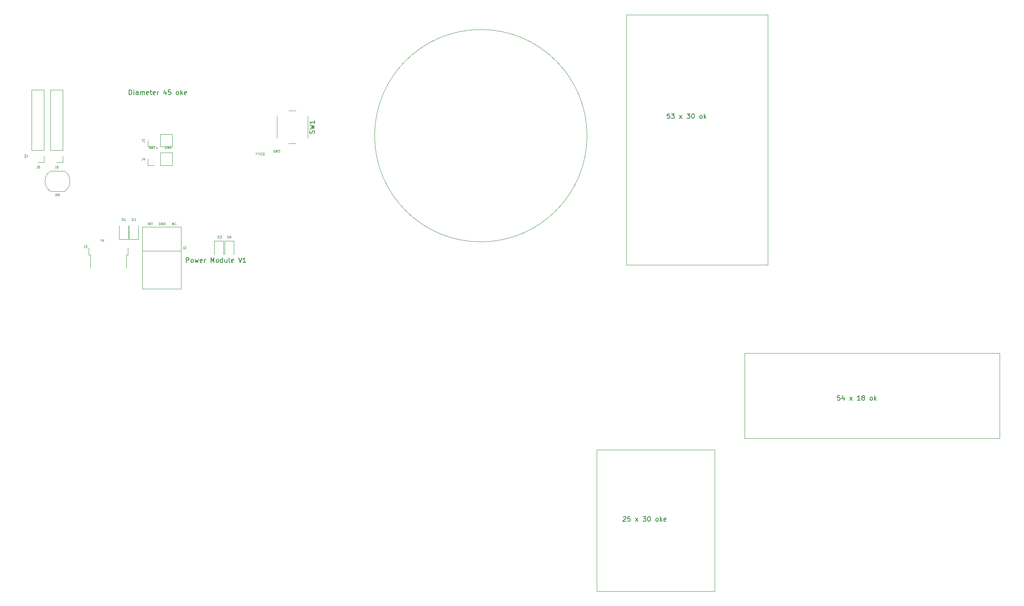
<source format=gto>
G04 #@! TF.GenerationSoftware,KiCad,Pcbnew,(5.1.5)-3*
G04 #@! TF.CreationDate,2020-08-17T10:15:17+02:00*
G04 #@! TF.ProjectId,Power_module_v1,506f7765-725f-46d6-9f64-756c655f7631,rev?*
G04 #@! TF.SameCoordinates,Original*
G04 #@! TF.FileFunction,Legend,Top*
G04 #@! TF.FilePolarity,Positive*
%FSLAX46Y46*%
G04 Gerber Fmt 4.6, Leading zero omitted, Abs format (unit mm)*
G04 Created by KiCad (PCBNEW (5.1.5)-3) date 2020-08-17 10:15:17*
%MOMM*%
%LPD*%
G04 APERTURE LIST*
%ADD10C,0.150000*%
%ADD11C,0.125000*%
%ADD12C,0.120000*%
G04 APERTURE END LIST*
D10*
X127723095Y-106878380D02*
X127723095Y-105878380D01*
X128104047Y-105878380D01*
X128199285Y-105926000D01*
X128246904Y-105973619D01*
X128294523Y-106068857D01*
X128294523Y-106211714D01*
X128246904Y-106306952D01*
X128199285Y-106354571D01*
X128104047Y-106402190D01*
X127723095Y-106402190D01*
X128865952Y-106878380D02*
X128770714Y-106830761D01*
X128723095Y-106783142D01*
X128675476Y-106687904D01*
X128675476Y-106402190D01*
X128723095Y-106306952D01*
X128770714Y-106259333D01*
X128865952Y-106211714D01*
X129008809Y-106211714D01*
X129104047Y-106259333D01*
X129151666Y-106306952D01*
X129199285Y-106402190D01*
X129199285Y-106687904D01*
X129151666Y-106783142D01*
X129104047Y-106830761D01*
X129008809Y-106878380D01*
X128865952Y-106878380D01*
X129532619Y-106211714D02*
X129723095Y-106878380D01*
X129913571Y-106402190D01*
X130104047Y-106878380D01*
X130294523Y-106211714D01*
X131056428Y-106830761D02*
X130961190Y-106878380D01*
X130770714Y-106878380D01*
X130675476Y-106830761D01*
X130627857Y-106735523D01*
X130627857Y-106354571D01*
X130675476Y-106259333D01*
X130770714Y-106211714D01*
X130961190Y-106211714D01*
X131056428Y-106259333D01*
X131104047Y-106354571D01*
X131104047Y-106449809D01*
X130627857Y-106545047D01*
X131532619Y-106878380D02*
X131532619Y-106211714D01*
X131532619Y-106402190D02*
X131580238Y-106306952D01*
X131627857Y-106259333D01*
X131723095Y-106211714D01*
X131818333Y-106211714D01*
X132913571Y-106878380D02*
X132913571Y-105878380D01*
X133246904Y-106592666D01*
X133580238Y-105878380D01*
X133580238Y-106878380D01*
X134199285Y-106878380D02*
X134104047Y-106830761D01*
X134056428Y-106783142D01*
X134008809Y-106687904D01*
X134008809Y-106402190D01*
X134056428Y-106306952D01*
X134104047Y-106259333D01*
X134199285Y-106211714D01*
X134342142Y-106211714D01*
X134437380Y-106259333D01*
X134485000Y-106306952D01*
X134532619Y-106402190D01*
X134532619Y-106687904D01*
X134485000Y-106783142D01*
X134437380Y-106830761D01*
X134342142Y-106878380D01*
X134199285Y-106878380D01*
X135389761Y-106878380D02*
X135389761Y-105878380D01*
X135389761Y-106830761D02*
X135294523Y-106878380D01*
X135104047Y-106878380D01*
X135008809Y-106830761D01*
X134961190Y-106783142D01*
X134913571Y-106687904D01*
X134913571Y-106402190D01*
X134961190Y-106306952D01*
X135008809Y-106259333D01*
X135104047Y-106211714D01*
X135294523Y-106211714D01*
X135389761Y-106259333D01*
X136294523Y-106211714D02*
X136294523Y-106878380D01*
X135865952Y-106211714D02*
X135865952Y-106735523D01*
X135913571Y-106830761D01*
X136008809Y-106878380D01*
X136151666Y-106878380D01*
X136246904Y-106830761D01*
X136294523Y-106783142D01*
X136913571Y-106878380D02*
X136818333Y-106830761D01*
X136770714Y-106735523D01*
X136770714Y-105878380D01*
X137675476Y-106830761D02*
X137580238Y-106878380D01*
X137389761Y-106878380D01*
X137294523Y-106830761D01*
X137246904Y-106735523D01*
X137246904Y-106354571D01*
X137294523Y-106259333D01*
X137389761Y-106211714D01*
X137580238Y-106211714D01*
X137675476Y-106259333D01*
X137723095Y-106354571D01*
X137723095Y-106449809D01*
X137246904Y-106545047D01*
X138770714Y-105878380D02*
X139104047Y-106878380D01*
X139437380Y-105878380D01*
X140294523Y-106878380D02*
X139723095Y-106878380D01*
X140008809Y-106878380D02*
X140008809Y-105878380D01*
X139913571Y-106021238D01*
X139818333Y-106116476D01*
X139723095Y-106164095D01*
D11*
X146431047Y-83062000D02*
X146383428Y-83038190D01*
X146312000Y-83038190D01*
X146240571Y-83062000D01*
X146192952Y-83109619D01*
X146169142Y-83157238D01*
X146145333Y-83252476D01*
X146145333Y-83323904D01*
X146169142Y-83419142D01*
X146192952Y-83466761D01*
X146240571Y-83514380D01*
X146312000Y-83538190D01*
X146359619Y-83538190D01*
X146431047Y-83514380D01*
X146454857Y-83490571D01*
X146454857Y-83323904D01*
X146359619Y-83323904D01*
X146669142Y-83538190D02*
X146669142Y-83038190D01*
X146954857Y-83538190D01*
X146954857Y-83038190D01*
X147192952Y-83538190D02*
X147192952Y-83038190D01*
X147312000Y-83038190D01*
X147383428Y-83062000D01*
X147431047Y-83109619D01*
X147454857Y-83157238D01*
X147478666Y-83252476D01*
X147478666Y-83323904D01*
X147454857Y-83419142D01*
X147431047Y-83466761D01*
X147383428Y-83514380D01*
X147312000Y-83538190D01*
X147192952Y-83538190D01*
X144172666Y-83617619D02*
X144101238Y-83593809D01*
X143982190Y-83593809D01*
X143934571Y-83617619D01*
X143910761Y-83641428D01*
X143886952Y-83689047D01*
X143886952Y-83736666D01*
X143910761Y-83784285D01*
X143934571Y-83808095D01*
X143982190Y-83831904D01*
X144077428Y-83855714D01*
X144125047Y-83879523D01*
X144148857Y-83903333D01*
X144172666Y-83950952D01*
X144172666Y-83998571D01*
X144148857Y-84046190D01*
X144125047Y-84070000D01*
X144077428Y-84093809D01*
X143958380Y-84093809D01*
X143886952Y-84070000D01*
X143577428Y-84093809D02*
X143482190Y-84093809D01*
X143434571Y-84070000D01*
X143386952Y-84022380D01*
X143363142Y-83927142D01*
X143363142Y-83760476D01*
X143386952Y-83665238D01*
X143434571Y-83617619D01*
X143482190Y-83593809D01*
X143577428Y-83593809D01*
X143625047Y-83617619D01*
X143672666Y-83665238D01*
X143696476Y-83760476D01*
X143696476Y-83927142D01*
X143672666Y-84022380D01*
X143625047Y-84070000D01*
X143577428Y-84093809D01*
X142910761Y-83593809D02*
X143148857Y-83593809D01*
X143148857Y-84093809D01*
X142744095Y-83784285D02*
X142363142Y-83784285D01*
X142553619Y-83593809D02*
X142553619Y-83974761D01*
X123444047Y-82300000D02*
X123396428Y-82276190D01*
X123325000Y-82276190D01*
X123253571Y-82300000D01*
X123205952Y-82347619D01*
X123182142Y-82395238D01*
X123158333Y-82490476D01*
X123158333Y-82561904D01*
X123182142Y-82657142D01*
X123205952Y-82704761D01*
X123253571Y-82752380D01*
X123325000Y-82776190D01*
X123372619Y-82776190D01*
X123444047Y-82752380D01*
X123467857Y-82728571D01*
X123467857Y-82561904D01*
X123372619Y-82561904D01*
X123682142Y-82776190D02*
X123682142Y-82276190D01*
X123967857Y-82776190D01*
X123967857Y-82276190D01*
X124205952Y-82776190D02*
X124205952Y-82276190D01*
X124325000Y-82276190D01*
X124396428Y-82300000D01*
X124444047Y-82347619D01*
X124467857Y-82395238D01*
X124491666Y-82490476D01*
X124491666Y-82561904D01*
X124467857Y-82657142D01*
X124444047Y-82704761D01*
X124396428Y-82752380D01*
X124325000Y-82776190D01*
X124205952Y-82776190D01*
X120098428Y-82514285D02*
X120169857Y-82538095D01*
X120193666Y-82561904D01*
X120217476Y-82609523D01*
X120217476Y-82680952D01*
X120193666Y-82728571D01*
X120169857Y-82752380D01*
X120122238Y-82776190D01*
X119931761Y-82776190D01*
X119931761Y-82276190D01*
X120098428Y-82276190D01*
X120146047Y-82300000D01*
X120169857Y-82323809D01*
X120193666Y-82371428D01*
X120193666Y-82419047D01*
X120169857Y-82466666D01*
X120146047Y-82490476D01*
X120098428Y-82514285D01*
X119931761Y-82514285D01*
X120407952Y-82633333D02*
X120646047Y-82633333D01*
X120360333Y-82776190D02*
X120527000Y-82276190D01*
X120693666Y-82776190D01*
X120788904Y-82276190D02*
X121074619Y-82276190D01*
X120931761Y-82776190D02*
X120931761Y-82276190D01*
X121241285Y-82585714D02*
X121622238Y-82585714D01*
X121431761Y-82776190D02*
X121431761Y-82395238D01*
D12*
X93472000Y-84709000D02*
X93472000Y-83947000D01*
X94107000Y-84328000D02*
X93472000Y-84709000D01*
X93472000Y-83947000D02*
X94107000Y-84328000D01*
D11*
X124702142Y-98905190D02*
X124702142Y-98405190D01*
X124987857Y-98905190D01*
X124987857Y-98405190D01*
X125511666Y-98857571D02*
X125487857Y-98881380D01*
X125416428Y-98905190D01*
X125368809Y-98905190D01*
X125297380Y-98881380D01*
X125249761Y-98833761D01*
X125225952Y-98786142D01*
X125202142Y-98690904D01*
X125202142Y-98619476D01*
X125225952Y-98524238D01*
X125249761Y-98476619D01*
X125297380Y-98429000D01*
X125368809Y-98405190D01*
X125416428Y-98405190D01*
X125487857Y-98429000D01*
X125511666Y-98452809D01*
X122174047Y-98429000D02*
X122126428Y-98405190D01*
X122055000Y-98405190D01*
X121983571Y-98429000D01*
X121935952Y-98476619D01*
X121912142Y-98524238D01*
X121888333Y-98619476D01*
X121888333Y-98690904D01*
X121912142Y-98786142D01*
X121935952Y-98833761D01*
X121983571Y-98881380D01*
X122055000Y-98905190D01*
X122102619Y-98905190D01*
X122174047Y-98881380D01*
X122197857Y-98857571D01*
X122197857Y-98690904D01*
X122102619Y-98690904D01*
X122412142Y-98905190D02*
X122412142Y-98405190D01*
X122697857Y-98905190D01*
X122697857Y-98405190D01*
X122935952Y-98905190D02*
X122935952Y-98405190D01*
X123055000Y-98405190D01*
X123126428Y-98429000D01*
X123174047Y-98476619D01*
X123197857Y-98524238D01*
X123221666Y-98619476D01*
X123221666Y-98690904D01*
X123197857Y-98786142D01*
X123174047Y-98833761D01*
X123126428Y-98881380D01*
X123055000Y-98905190D01*
X122935952Y-98905190D01*
X119562619Y-98905190D02*
X119562619Y-98405190D01*
X119800714Y-98905190D02*
X119800714Y-98405190D01*
X120086428Y-98905190D01*
X120086428Y-98405190D01*
X120253095Y-98405190D02*
X120538809Y-98405190D01*
X120395952Y-98905190D02*
X120395952Y-98405190D01*
D10*
X230084761Y-75347580D02*
X229608571Y-75347580D01*
X229560952Y-75823771D01*
X229608571Y-75776152D01*
X229703809Y-75728533D01*
X229941904Y-75728533D01*
X230037142Y-75776152D01*
X230084761Y-75823771D01*
X230132380Y-75919009D01*
X230132380Y-76157104D01*
X230084761Y-76252342D01*
X230037142Y-76299961D01*
X229941904Y-76347580D01*
X229703809Y-76347580D01*
X229608571Y-76299961D01*
X229560952Y-76252342D01*
X230465714Y-75347580D02*
X231084761Y-75347580D01*
X230751428Y-75728533D01*
X230894285Y-75728533D01*
X230989523Y-75776152D01*
X231037142Y-75823771D01*
X231084761Y-75919009D01*
X231084761Y-76157104D01*
X231037142Y-76252342D01*
X230989523Y-76299961D01*
X230894285Y-76347580D01*
X230608571Y-76347580D01*
X230513333Y-76299961D01*
X230465714Y-76252342D01*
X232180000Y-76347580D02*
X232703809Y-75680914D01*
X232180000Y-75680914D02*
X232703809Y-76347580D01*
X233751428Y-75347580D02*
X234370476Y-75347580D01*
X234037142Y-75728533D01*
X234180000Y-75728533D01*
X234275238Y-75776152D01*
X234322857Y-75823771D01*
X234370476Y-75919009D01*
X234370476Y-76157104D01*
X234322857Y-76252342D01*
X234275238Y-76299961D01*
X234180000Y-76347580D01*
X233894285Y-76347580D01*
X233799047Y-76299961D01*
X233751428Y-76252342D01*
X234989523Y-75347580D02*
X235084761Y-75347580D01*
X235180000Y-75395200D01*
X235227619Y-75442819D01*
X235275238Y-75538057D01*
X235322857Y-75728533D01*
X235322857Y-75966628D01*
X235275238Y-76157104D01*
X235227619Y-76252342D01*
X235180000Y-76299961D01*
X235084761Y-76347580D01*
X234989523Y-76347580D01*
X234894285Y-76299961D01*
X234846666Y-76252342D01*
X234799047Y-76157104D01*
X234751428Y-75966628D01*
X234751428Y-75728533D01*
X234799047Y-75538057D01*
X234846666Y-75442819D01*
X234894285Y-75395200D01*
X234989523Y-75347580D01*
X236656190Y-76347580D02*
X236560952Y-76299961D01*
X236513333Y-76252342D01*
X236465714Y-76157104D01*
X236465714Y-75871390D01*
X236513333Y-75776152D01*
X236560952Y-75728533D01*
X236656190Y-75680914D01*
X236799047Y-75680914D01*
X236894285Y-75728533D01*
X236941904Y-75776152D01*
X236989523Y-75871390D01*
X236989523Y-76157104D01*
X236941904Y-76252342D01*
X236894285Y-76299961D01*
X236799047Y-76347580D01*
X236656190Y-76347580D01*
X237418095Y-76347580D02*
X237418095Y-75347580D01*
X237513333Y-75966628D02*
X237799047Y-76347580D01*
X237799047Y-75680914D02*
X237418095Y-76061866D01*
X220242380Y-160837619D02*
X220290000Y-160790000D01*
X220385238Y-160742380D01*
X220623333Y-160742380D01*
X220718571Y-160790000D01*
X220766190Y-160837619D01*
X220813809Y-160932857D01*
X220813809Y-161028095D01*
X220766190Y-161170952D01*
X220194761Y-161742380D01*
X220813809Y-161742380D01*
X221718571Y-160742380D02*
X221242380Y-160742380D01*
X221194761Y-161218571D01*
X221242380Y-161170952D01*
X221337619Y-161123333D01*
X221575714Y-161123333D01*
X221670952Y-161170952D01*
X221718571Y-161218571D01*
X221766190Y-161313809D01*
X221766190Y-161551904D01*
X221718571Y-161647142D01*
X221670952Y-161694761D01*
X221575714Y-161742380D01*
X221337619Y-161742380D01*
X221242380Y-161694761D01*
X221194761Y-161647142D01*
X222861428Y-161742380D02*
X223385238Y-161075714D01*
X222861428Y-161075714D02*
X223385238Y-161742380D01*
X224432857Y-160742380D02*
X225051904Y-160742380D01*
X224718571Y-161123333D01*
X224861428Y-161123333D01*
X224956666Y-161170952D01*
X225004285Y-161218571D01*
X225051904Y-161313809D01*
X225051904Y-161551904D01*
X225004285Y-161647142D01*
X224956666Y-161694761D01*
X224861428Y-161742380D01*
X224575714Y-161742380D01*
X224480476Y-161694761D01*
X224432857Y-161647142D01*
X225670952Y-160742380D02*
X225766190Y-160742380D01*
X225861428Y-160790000D01*
X225909047Y-160837619D01*
X225956666Y-160932857D01*
X226004285Y-161123333D01*
X226004285Y-161361428D01*
X225956666Y-161551904D01*
X225909047Y-161647142D01*
X225861428Y-161694761D01*
X225766190Y-161742380D01*
X225670952Y-161742380D01*
X225575714Y-161694761D01*
X225528095Y-161647142D01*
X225480476Y-161551904D01*
X225432857Y-161361428D01*
X225432857Y-161123333D01*
X225480476Y-160932857D01*
X225528095Y-160837619D01*
X225575714Y-160790000D01*
X225670952Y-160742380D01*
X227337619Y-161742380D02*
X227242380Y-161694761D01*
X227194761Y-161647142D01*
X227147142Y-161551904D01*
X227147142Y-161266190D01*
X227194761Y-161170952D01*
X227242380Y-161123333D01*
X227337619Y-161075714D01*
X227480476Y-161075714D01*
X227575714Y-161123333D01*
X227623333Y-161170952D01*
X227670952Y-161266190D01*
X227670952Y-161551904D01*
X227623333Y-161647142D01*
X227575714Y-161694761D01*
X227480476Y-161742380D01*
X227337619Y-161742380D01*
X228099523Y-161742380D02*
X228099523Y-160742380D01*
X228194761Y-161361428D02*
X228480476Y-161742380D01*
X228480476Y-161075714D02*
X228099523Y-161456666D01*
X229290000Y-161694761D02*
X229194761Y-161742380D01*
X229004285Y-161742380D01*
X228909047Y-161694761D01*
X228861428Y-161599523D01*
X228861428Y-161218571D01*
X228909047Y-161123333D01*
X229004285Y-161075714D01*
X229194761Y-161075714D01*
X229290000Y-161123333D01*
X229337619Y-161218571D01*
X229337619Y-161313809D01*
X228861428Y-161409047D01*
D12*
X214636800Y-176573600D02*
X214636800Y-146573600D01*
X239636800Y-176573600D02*
X214636800Y-176573600D01*
X239636800Y-146573600D02*
X239636800Y-176573600D01*
X214636800Y-146573600D02*
X239636800Y-146573600D01*
D10*
X115594571Y-71318380D02*
X115594571Y-70318380D01*
X115832666Y-70318380D01*
X115975523Y-70366000D01*
X116070761Y-70461238D01*
X116118380Y-70556476D01*
X116166000Y-70746952D01*
X116166000Y-70889809D01*
X116118380Y-71080285D01*
X116070761Y-71175523D01*
X115975523Y-71270761D01*
X115832666Y-71318380D01*
X115594571Y-71318380D01*
X116594571Y-71318380D02*
X116594571Y-70651714D01*
X116594571Y-70318380D02*
X116546952Y-70366000D01*
X116594571Y-70413619D01*
X116642190Y-70366000D01*
X116594571Y-70318380D01*
X116594571Y-70413619D01*
X117499333Y-71318380D02*
X117499333Y-70794571D01*
X117451714Y-70699333D01*
X117356476Y-70651714D01*
X117166000Y-70651714D01*
X117070761Y-70699333D01*
X117499333Y-71270761D02*
X117404095Y-71318380D01*
X117166000Y-71318380D01*
X117070761Y-71270761D01*
X117023142Y-71175523D01*
X117023142Y-71080285D01*
X117070761Y-70985047D01*
X117166000Y-70937428D01*
X117404095Y-70937428D01*
X117499333Y-70889809D01*
X117975523Y-71318380D02*
X117975523Y-70651714D01*
X117975523Y-70746952D02*
X118023142Y-70699333D01*
X118118380Y-70651714D01*
X118261238Y-70651714D01*
X118356476Y-70699333D01*
X118404095Y-70794571D01*
X118404095Y-71318380D01*
X118404095Y-70794571D02*
X118451714Y-70699333D01*
X118546952Y-70651714D01*
X118689809Y-70651714D01*
X118785047Y-70699333D01*
X118832666Y-70794571D01*
X118832666Y-71318380D01*
X119689809Y-71270761D02*
X119594571Y-71318380D01*
X119404095Y-71318380D01*
X119308857Y-71270761D01*
X119261238Y-71175523D01*
X119261238Y-70794571D01*
X119308857Y-70699333D01*
X119404095Y-70651714D01*
X119594571Y-70651714D01*
X119689809Y-70699333D01*
X119737428Y-70794571D01*
X119737428Y-70889809D01*
X119261238Y-70985047D01*
X120023142Y-70651714D02*
X120404095Y-70651714D01*
X120166000Y-70318380D02*
X120166000Y-71175523D01*
X120213619Y-71270761D01*
X120308857Y-71318380D01*
X120404095Y-71318380D01*
X121118380Y-71270761D02*
X121023142Y-71318380D01*
X120832666Y-71318380D01*
X120737428Y-71270761D01*
X120689809Y-71175523D01*
X120689809Y-70794571D01*
X120737428Y-70699333D01*
X120832666Y-70651714D01*
X121023142Y-70651714D01*
X121118380Y-70699333D01*
X121166000Y-70794571D01*
X121166000Y-70889809D01*
X120689809Y-70985047D01*
X121594571Y-71318380D02*
X121594571Y-70651714D01*
X121594571Y-70842190D02*
X121642190Y-70746952D01*
X121689809Y-70699333D01*
X121785047Y-70651714D01*
X121880285Y-70651714D01*
X123404095Y-70651714D02*
X123404095Y-71318380D01*
X123166000Y-70270761D02*
X122927904Y-70985047D01*
X123546952Y-70985047D01*
X124404095Y-70318380D02*
X123927904Y-70318380D01*
X123880285Y-70794571D01*
X123927904Y-70746952D01*
X124023142Y-70699333D01*
X124261238Y-70699333D01*
X124356476Y-70746952D01*
X124404095Y-70794571D01*
X124451714Y-70889809D01*
X124451714Y-71127904D01*
X124404095Y-71223142D01*
X124356476Y-71270761D01*
X124261238Y-71318380D01*
X124023142Y-71318380D01*
X123927904Y-71270761D01*
X123880285Y-71223142D01*
X125785047Y-71318380D02*
X125689809Y-71270761D01*
X125642190Y-71223142D01*
X125594571Y-71127904D01*
X125594571Y-70842190D01*
X125642190Y-70746952D01*
X125689809Y-70699333D01*
X125785047Y-70651714D01*
X125927904Y-70651714D01*
X126023142Y-70699333D01*
X126070761Y-70746952D01*
X126118380Y-70842190D01*
X126118380Y-71127904D01*
X126070761Y-71223142D01*
X126023142Y-71270761D01*
X125927904Y-71318380D01*
X125785047Y-71318380D01*
X126546952Y-71318380D02*
X126546952Y-70318380D01*
X126642190Y-70937428D02*
X126927904Y-71318380D01*
X126927904Y-70651714D02*
X126546952Y-71032666D01*
X127737428Y-71270761D02*
X127642190Y-71318380D01*
X127451714Y-71318380D01*
X127356476Y-71270761D01*
X127308857Y-71175523D01*
X127308857Y-70794571D01*
X127356476Y-70699333D01*
X127451714Y-70651714D01*
X127642190Y-70651714D01*
X127737428Y-70699333D01*
X127785047Y-70794571D01*
X127785047Y-70889809D01*
X127308857Y-70985047D01*
X266152761Y-135088380D02*
X265676571Y-135088380D01*
X265628952Y-135564571D01*
X265676571Y-135516952D01*
X265771809Y-135469333D01*
X266009904Y-135469333D01*
X266105142Y-135516952D01*
X266152761Y-135564571D01*
X266200380Y-135659809D01*
X266200380Y-135897904D01*
X266152761Y-135993142D01*
X266105142Y-136040761D01*
X266009904Y-136088380D01*
X265771809Y-136088380D01*
X265676571Y-136040761D01*
X265628952Y-135993142D01*
X267057523Y-135421714D02*
X267057523Y-136088380D01*
X266819428Y-135040761D02*
X266581333Y-135755047D01*
X267200380Y-135755047D01*
X268248000Y-136088380D02*
X268771809Y-135421714D01*
X268248000Y-135421714D02*
X268771809Y-136088380D01*
X270438476Y-136088380D02*
X269867047Y-136088380D01*
X270152761Y-136088380D02*
X270152761Y-135088380D01*
X270057523Y-135231238D01*
X269962285Y-135326476D01*
X269867047Y-135374095D01*
X271009904Y-135516952D02*
X270914666Y-135469333D01*
X270867047Y-135421714D01*
X270819428Y-135326476D01*
X270819428Y-135278857D01*
X270867047Y-135183619D01*
X270914666Y-135136000D01*
X271009904Y-135088380D01*
X271200380Y-135088380D01*
X271295619Y-135136000D01*
X271343238Y-135183619D01*
X271390857Y-135278857D01*
X271390857Y-135326476D01*
X271343238Y-135421714D01*
X271295619Y-135469333D01*
X271200380Y-135516952D01*
X271009904Y-135516952D01*
X270914666Y-135564571D01*
X270867047Y-135612190D01*
X270819428Y-135707428D01*
X270819428Y-135897904D01*
X270867047Y-135993142D01*
X270914666Y-136040761D01*
X271009904Y-136088380D01*
X271200380Y-136088380D01*
X271295619Y-136040761D01*
X271343238Y-135993142D01*
X271390857Y-135897904D01*
X271390857Y-135707428D01*
X271343238Y-135612190D01*
X271295619Y-135564571D01*
X271200380Y-135516952D01*
X272724190Y-136088380D02*
X272628952Y-136040761D01*
X272581333Y-135993142D01*
X272533714Y-135897904D01*
X272533714Y-135612190D01*
X272581333Y-135516952D01*
X272628952Y-135469333D01*
X272724190Y-135421714D01*
X272867047Y-135421714D01*
X272962285Y-135469333D01*
X273009904Y-135516952D01*
X273057523Y-135612190D01*
X273057523Y-135897904D01*
X273009904Y-135993142D01*
X272962285Y-136040761D01*
X272867047Y-136088380D01*
X272724190Y-136088380D01*
X273486095Y-136088380D02*
X273486095Y-135088380D01*
X273581333Y-135707428D02*
X273867047Y-136088380D01*
X273867047Y-135421714D02*
X273486095Y-135802666D01*
D12*
X299976000Y-126120000D02*
X299976000Y-144120000D01*
X245976000Y-126120000D02*
X299976000Y-126120000D01*
X245976000Y-144120000D02*
X245976000Y-126120000D01*
X299976000Y-144120000D02*
X245976000Y-144120000D01*
X212598000Y-80010000D02*
G75*
G03X212598000Y-80010000I-22500000J0D01*
G01*
X250921400Y-107367600D02*
X250921400Y-54367600D01*
X220921400Y-107367600D02*
X250921400Y-107367600D01*
X220921400Y-54367600D02*
X220921400Y-107367600D01*
X250921400Y-54367600D02*
X220921400Y-54367600D01*
X113467000Y-99085000D02*
X113467000Y-101945000D01*
X113467000Y-101945000D02*
X115387000Y-101945000D01*
X115387000Y-101945000D02*
X115387000Y-99085000D01*
X115626000Y-99076000D02*
X115626000Y-101936000D01*
X115626000Y-101936000D02*
X117546000Y-101936000D01*
X117546000Y-101936000D02*
X117546000Y-99076000D01*
X133660000Y-102289000D02*
X133660000Y-105149000D01*
X135580000Y-102289000D02*
X133660000Y-102289000D01*
X135580000Y-105149000D02*
X135580000Y-102289000D01*
X135819000Y-102289000D02*
X135819000Y-105149000D01*
X137739000Y-102289000D02*
X135819000Y-102289000D01*
X137739000Y-105149000D02*
X137739000Y-102289000D01*
X124774000Y-82356000D02*
X124774000Y-79696000D01*
X122174000Y-82356000D02*
X124774000Y-82356000D01*
X122174000Y-79696000D02*
X124774000Y-79696000D01*
X122174000Y-82356000D02*
X122174000Y-79696000D01*
X120904000Y-82356000D02*
X119574000Y-82356000D01*
X119574000Y-82356000D02*
X119574000Y-81026000D01*
X109488900Y-102046740D02*
X110288900Y-102046740D01*
X107038900Y-105296740D02*
X107338900Y-105296740D01*
X109888900Y-102496740D02*
X109488900Y-102046740D01*
X110288900Y-102046740D02*
X109888900Y-102496740D01*
X115038900Y-108096740D02*
X115038900Y-105296740D01*
X107338900Y-108096740D02*
X107338900Y-105296740D01*
X115338900Y-105296740D02*
X115338900Y-103746740D01*
X115038900Y-105296740D02*
X115338900Y-105296740D01*
X107038900Y-105296740D02*
X107038900Y-103746740D01*
X119574000Y-86293000D02*
X119574000Y-84963000D01*
X120904000Y-86293000D02*
X119574000Y-86293000D01*
X122174000Y-86293000D02*
X122174000Y-83633000D01*
X122174000Y-83633000D02*
X124774000Y-83633000D01*
X122174000Y-86293000D02*
X124774000Y-86293000D01*
X124774000Y-86293000D02*
X124774000Y-83633000D01*
X97596000Y-70298000D02*
X94936000Y-70298000D01*
X97596000Y-83058000D02*
X97596000Y-70298000D01*
X94936000Y-83058000D02*
X94936000Y-70298000D01*
X97596000Y-83058000D02*
X94936000Y-83058000D01*
X97596000Y-84328000D02*
X97596000Y-85658000D01*
X97596000Y-85658000D02*
X96266000Y-85658000D01*
X101533000Y-85658000D02*
X100203000Y-85658000D01*
X101533000Y-84328000D02*
X101533000Y-85658000D01*
X101533000Y-83058000D02*
X98873000Y-83058000D01*
X98873000Y-83058000D02*
X98873000Y-70298000D01*
X101533000Y-83058000D02*
X101533000Y-70298000D01*
X101533000Y-70298000D02*
X98873000Y-70298000D01*
X126636780Y-99372420D02*
X118381780Y-99372420D01*
X126636780Y-99372420D02*
X126636780Y-112453420D01*
X118381780Y-99372420D02*
X118381780Y-112453420D01*
X126636780Y-104452420D02*
X118381780Y-104452420D01*
X126636780Y-112453420D02*
X118381780Y-112453420D01*
X146900000Y-75930000D02*
X146900000Y-80430000D01*
X150900000Y-74680000D02*
X149400000Y-74680000D01*
X153400000Y-80430000D02*
X153400000Y-75930000D01*
X149400000Y-81680000D02*
X150900000Y-81680000D01*
X101958000Y-87512000D02*
X98908000Y-87512000D01*
X101958000Y-91812000D02*
X98908000Y-91812000D01*
X101936234Y-91827526D02*
G75*
G03X101958000Y-87512000I-1528234J2165526D01*
G01*
X98863487Y-87543751D02*
G75*
G03X98908000Y-91812000I1544513J-2118249D01*
G01*
D11*
X114057952Y-98016190D02*
X114057952Y-97516190D01*
X114177000Y-97516190D01*
X114248428Y-97540000D01*
X114296047Y-97587619D01*
X114319857Y-97635238D01*
X114343666Y-97730476D01*
X114343666Y-97801904D01*
X114319857Y-97897142D01*
X114296047Y-97944761D01*
X114248428Y-97992380D01*
X114177000Y-98016190D01*
X114057952Y-98016190D01*
X114819857Y-98016190D02*
X114534142Y-98016190D01*
X114677000Y-98016190D02*
X114677000Y-97516190D01*
X114629380Y-97587619D01*
X114581761Y-97635238D01*
X114534142Y-97659047D01*
X116216952Y-98016190D02*
X116216952Y-97516190D01*
X116336000Y-97516190D01*
X116407428Y-97540000D01*
X116455047Y-97587619D01*
X116478857Y-97635238D01*
X116502666Y-97730476D01*
X116502666Y-97801904D01*
X116478857Y-97897142D01*
X116455047Y-97944761D01*
X116407428Y-97992380D01*
X116336000Y-98016190D01*
X116216952Y-98016190D01*
X116693142Y-97563809D02*
X116716952Y-97540000D01*
X116764571Y-97516190D01*
X116883619Y-97516190D01*
X116931238Y-97540000D01*
X116955047Y-97563809D01*
X116978857Y-97611428D01*
X116978857Y-97659047D01*
X116955047Y-97730476D01*
X116669333Y-98016190D01*
X116978857Y-98016190D01*
X134377952Y-101699190D02*
X134377952Y-101199190D01*
X134497000Y-101199190D01*
X134568428Y-101223000D01*
X134616047Y-101270619D01*
X134639857Y-101318238D01*
X134663666Y-101413476D01*
X134663666Y-101484904D01*
X134639857Y-101580142D01*
X134616047Y-101627761D01*
X134568428Y-101675380D01*
X134497000Y-101699190D01*
X134377952Y-101699190D01*
X134830333Y-101199190D02*
X135139857Y-101199190D01*
X134973190Y-101389666D01*
X135044619Y-101389666D01*
X135092238Y-101413476D01*
X135116047Y-101437285D01*
X135139857Y-101484904D01*
X135139857Y-101603952D01*
X135116047Y-101651571D01*
X135092238Y-101675380D01*
X135044619Y-101699190D01*
X134901761Y-101699190D01*
X134854142Y-101675380D01*
X134830333Y-101651571D01*
X136409952Y-101699190D02*
X136409952Y-101199190D01*
X136529000Y-101199190D01*
X136600428Y-101223000D01*
X136648047Y-101270619D01*
X136671857Y-101318238D01*
X136695666Y-101413476D01*
X136695666Y-101484904D01*
X136671857Y-101580142D01*
X136648047Y-101627761D01*
X136600428Y-101675380D01*
X136529000Y-101699190D01*
X136409952Y-101699190D01*
X137124238Y-101365857D02*
X137124238Y-101699190D01*
X137005190Y-101175380D02*
X136886142Y-101532523D01*
X137195666Y-101532523D01*
X118300190Y-81192666D02*
X118657333Y-81192666D01*
X118728761Y-81216476D01*
X118776380Y-81264095D01*
X118800190Y-81335523D01*
X118800190Y-81383142D01*
X118800190Y-80692666D02*
X118800190Y-80978380D01*
X118800190Y-80835523D02*
X118300190Y-80835523D01*
X118371619Y-80883142D01*
X118419238Y-80930761D01*
X118443047Y-80978380D01*
X106132333Y-103231190D02*
X106132333Y-103588333D01*
X106108523Y-103659761D01*
X106060904Y-103707380D01*
X105989476Y-103731190D01*
X105941857Y-103731190D01*
X106322809Y-103231190D02*
X106632333Y-103231190D01*
X106465666Y-103421666D01*
X106537095Y-103421666D01*
X106584714Y-103445476D01*
X106608523Y-103469285D01*
X106632333Y-103516904D01*
X106632333Y-103635952D01*
X106608523Y-103683571D01*
X106584714Y-103707380D01*
X106537095Y-103731190D01*
X106394238Y-103731190D01*
X106346619Y-103707380D01*
X106322809Y-103683571D01*
X118407333Y-84689190D02*
X118407333Y-85046333D01*
X118383523Y-85117761D01*
X118335904Y-85165380D01*
X118264476Y-85189190D01*
X118216857Y-85189190D01*
X118859714Y-84855857D02*
X118859714Y-85189190D01*
X118740666Y-84665380D02*
X118621619Y-85022523D01*
X118931142Y-85022523D01*
X96099333Y-86384190D02*
X96099333Y-86741333D01*
X96075523Y-86812761D01*
X96027904Y-86860380D01*
X95956476Y-86884190D01*
X95908857Y-86884190D01*
X96575523Y-86384190D02*
X96337428Y-86384190D01*
X96313619Y-86622285D01*
X96337428Y-86598476D01*
X96385047Y-86574666D01*
X96504095Y-86574666D01*
X96551714Y-86598476D01*
X96575523Y-86622285D01*
X96599333Y-86669904D01*
X96599333Y-86788952D01*
X96575523Y-86836571D01*
X96551714Y-86860380D01*
X96504095Y-86884190D01*
X96385047Y-86884190D01*
X96337428Y-86860380D01*
X96313619Y-86836571D01*
X100036333Y-86384190D02*
X100036333Y-86741333D01*
X100012523Y-86812761D01*
X99964904Y-86860380D01*
X99893476Y-86884190D01*
X99845857Y-86884190D01*
X100488714Y-86384190D02*
X100393476Y-86384190D01*
X100345857Y-86408000D01*
X100322047Y-86431809D01*
X100274428Y-86503238D01*
X100250619Y-86598476D01*
X100250619Y-86788952D01*
X100274428Y-86836571D01*
X100298238Y-86860380D01*
X100345857Y-86884190D01*
X100441095Y-86884190D01*
X100488714Y-86860380D01*
X100512523Y-86836571D01*
X100536333Y-86788952D01*
X100536333Y-86669904D01*
X100512523Y-86622285D01*
X100488714Y-86598476D01*
X100441095Y-86574666D01*
X100345857Y-86574666D01*
X100298238Y-86598476D01*
X100274428Y-86622285D01*
X100250619Y-86669904D01*
X127087333Y-103485190D02*
X127087333Y-103842333D01*
X127063523Y-103913761D01*
X127015904Y-103961380D01*
X126944476Y-103985190D01*
X126896857Y-103985190D01*
X127301619Y-103532809D02*
X127325428Y-103509000D01*
X127373047Y-103485190D01*
X127492095Y-103485190D01*
X127539714Y-103509000D01*
X127563523Y-103532809D01*
X127587333Y-103580428D01*
X127587333Y-103628047D01*
X127563523Y-103699476D01*
X127277809Y-103985190D01*
X127587333Y-103985190D01*
D10*
X154804761Y-79513333D02*
X154852380Y-79370476D01*
X154852380Y-79132380D01*
X154804761Y-79037142D01*
X154757142Y-78989523D01*
X154661904Y-78941904D01*
X154566666Y-78941904D01*
X154471428Y-78989523D01*
X154423809Y-79037142D01*
X154376190Y-79132380D01*
X154328571Y-79322857D01*
X154280952Y-79418095D01*
X154233333Y-79465714D01*
X154138095Y-79513333D01*
X154042857Y-79513333D01*
X153947619Y-79465714D01*
X153900000Y-79418095D01*
X153852380Y-79322857D01*
X153852380Y-79084761D01*
X153900000Y-78941904D01*
X153852380Y-78608571D02*
X154852380Y-78370476D01*
X154138095Y-78180000D01*
X154852380Y-77989523D01*
X153852380Y-77751428D01*
X154852380Y-76846666D02*
X154852380Y-77418095D01*
X154852380Y-77132380D02*
X153852380Y-77132380D01*
X153995238Y-77227619D01*
X154090476Y-77322857D01*
X154138095Y-77418095D01*
D11*
X100324666Y-92788190D02*
X100158000Y-92550095D01*
X100038952Y-92788190D02*
X100038952Y-92288190D01*
X100229428Y-92288190D01*
X100277047Y-92312000D01*
X100300857Y-92335809D01*
X100324666Y-92383428D01*
X100324666Y-92454857D01*
X100300857Y-92502476D01*
X100277047Y-92526285D01*
X100229428Y-92550095D01*
X100038952Y-92550095D01*
X100610380Y-92502476D02*
X100562761Y-92478666D01*
X100538952Y-92454857D01*
X100515142Y-92407238D01*
X100515142Y-92383428D01*
X100538952Y-92335809D01*
X100562761Y-92312000D01*
X100610380Y-92288190D01*
X100705619Y-92288190D01*
X100753238Y-92312000D01*
X100777047Y-92335809D01*
X100800857Y-92383428D01*
X100800857Y-92407238D01*
X100777047Y-92454857D01*
X100753238Y-92478666D01*
X100705619Y-92502476D01*
X100610380Y-92502476D01*
X100562761Y-92526285D01*
X100538952Y-92550095D01*
X100515142Y-92597714D01*
X100515142Y-92692952D01*
X100538952Y-92740571D01*
X100562761Y-92764380D01*
X100610380Y-92788190D01*
X100705619Y-92788190D01*
X100753238Y-92764380D01*
X100777047Y-92740571D01*
X100800857Y-92692952D01*
X100800857Y-92597714D01*
X100777047Y-92550095D01*
X100753238Y-92526285D01*
X100705619Y-92502476D01*
M02*

</source>
